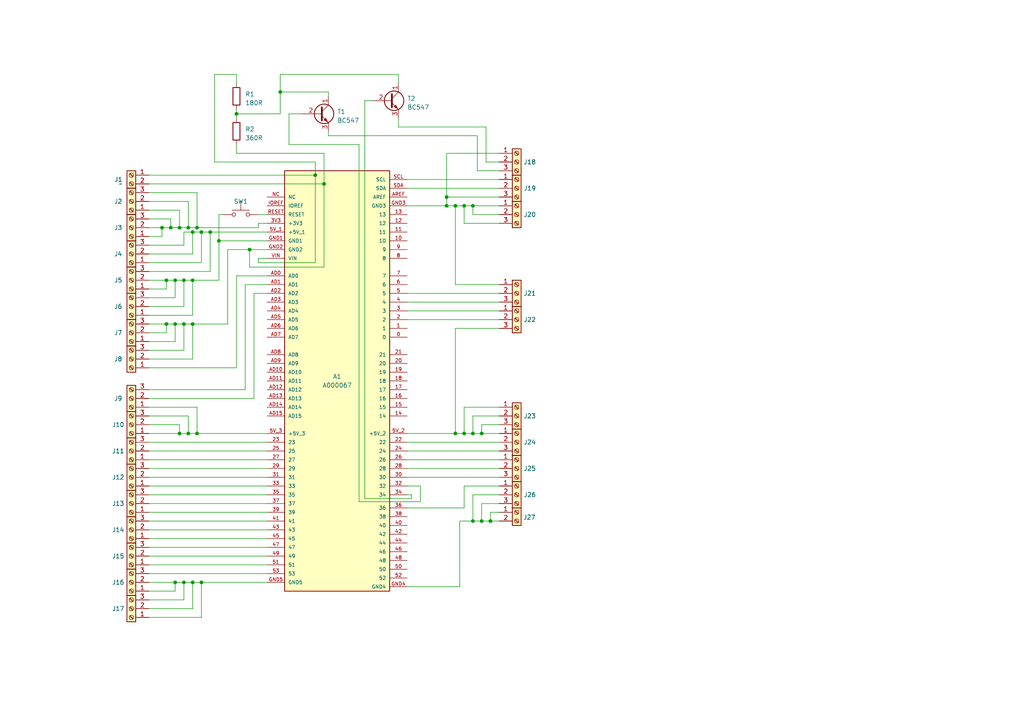
<source format=kicad_sch>
(kicad_sch (version 20230121) (generator eeschema)
  (paper "A4")
  (lib_symbols
    (symbol "Arduino MEGA:A000067" (pin_names (offset 1.016))
      (property "Reference" "A1" (at 0 1.27 0))
      (property "Value" "A000067" (at 0 -1.27 0))
      (symbol "A000067_0_0"
        (rectangle (start -15.24 -60.96) (end 15.24 60.96) (stroke (width 0.254)) (fill (type background)))
        (pin passive line (at 20.32 12.7 180) (length 5.08) (name "0") (number "0"))
        (pin passive line (at 20.32 15.24 180) (length 5.08) (name "1") (number "1"))
        (pin passive line (at 20.32 40.64 180) (length 5.08) (name "10") (number "10"))
        (pin passive line (at 20.32 43.18 180) (length 5.08) (name "11") (number "11"))
        (pin passive line (at 20.32 45.72 180) (length 5.08) (name "12") (number "12"))
        (pin passive line (at 20.32 48.26 180) (length 5.08) (name "13") (number "13"))
        (pin passive line (at 20.32 -10.16 180) (length 5.08) (name "14") (number "14"))
        (pin passive line (at 20.32 -7.62 180) (length 5.08) (name "15") (number "15"))
        (pin passive line (at 20.32 -5.08 180) (length 5.08) (name "16") (number "16"))
        (pin passive line (at 20.32 -2.54 180) (length 5.08) (name "17") (number "17"))
        (pin passive line (at 20.32 0 180) (length 5.08) (name "18") (number "18"))
        (pin passive line (at 20.32 2.54 180) (length 5.08) (name "19") (number "19"))
        (pin passive line (at 20.32 17.78 180) (length 5.08) (name "2") (number "2"))
        (pin passive line (at 20.32 5.08 180) (length 5.08) (name "20") (number "20"))
        (pin passive line (at 20.32 7.62 180) (length 5.08) (name "21") (number "21"))
        (pin passive line (at 20.32 -17.78 180) (length 5.08) (name "22") (number "22"))
        (pin passive line (at -20.32 -17.78 0) (length 5.08) (name "23") (number "23"))
        (pin passive line (at 20.32 -20.32 180) (length 5.08) (name "24") (number "24"))
        (pin passive line (at -20.32 -20.32 0) (length 5.08) (name "25") (number "25"))
        (pin passive line (at 20.32 -22.86 180) (length 5.08) (name "26") (number "26"))
        (pin passive line (at -20.32 -22.86 0) (length 5.08) (name "27") (number "27"))
        (pin passive line (at 20.32 -25.4 180) (length 5.08) (name "28") (number "28"))
        (pin passive line (at -20.32 -25.4 0) (length 5.08) (name "29") (number "29"))
        (pin passive line (at 20.32 20.32 180) (length 5.08) (name "3") (number "3"))
        (pin passive line (at 20.32 -27.94 180) (length 5.08) (name "30") (number "30"))
        (pin passive line (at -20.32 -27.94 0) (length 5.08) (name "31") (number "31"))
        (pin passive line (at 20.32 -30.48 180) (length 5.08) (name "32") (number "32"))
        (pin passive line (at -20.32 -30.48 0) (length 5.08) (name "33") (number "33"))
        (pin passive line (at 20.32 -33.02 180) (length 5.08) (name "34") (number "34"))
        (pin passive line (at -20.32 -33.02 0) (length 5.08) (name "35") (number "35"))
        (pin passive line (at 20.32 -36.83 180) (length 5.08) (name "36") (number "36"))
        (pin passive line (at -20.32 -35.56 0) (length 5.08) (name "37") (number "37"))
        (pin passive line (at 20.32 -39.37 180) (length 5.08) (name "38") (number "38"))
        (pin passive line (at -20.32 -38.1 0) (length 5.08) (name "39") (number "39"))
        (pin passive line (at -20.32 45.72 0) (length 5.08) (name "+3V3") (number "3V3"))
        (pin passive line (at 20.32 22.86 180) (length 5.08) (name "4") (number "4"))
        (pin passive line (at 20.32 -41.91 180) (length 5.08) (name "40") (number "40"))
        (pin passive line (at -20.32 -40.64 0) (length 5.08) (name "41") (number "41"))
        (pin passive line (at 20.32 -44.45 180) (length 5.08) (name "42") (number "42"))
        (pin passive line (at -20.32 -43.18 0) (length 5.08) (name "43") (number "43"))
        (pin passive line (at 20.32 -46.99 180) (length 5.08) (name "44") (number "44"))
        (pin passive line (at -20.32 -45.72 0) (length 5.08) (name "45") (number "45"))
        (pin passive line (at 20.32 -49.53 180) (length 5.08) (name "46") (number "46"))
        (pin passive line (at -20.32 -48.26 0) (length 5.08) (name "47") (number "47"))
        (pin passive line (at 20.32 -52.07 180) (length 5.08) (name "48") (number "48"))
        (pin passive line (at -20.32 -50.8 0) (length 5.08) (name "49") (number "49"))
        (pin passive line (at 20.32 25.4 180) (length 5.08) (name "5") (number "5"))
        (pin passive line (at 20.32 -54.61 180) (length 5.08) (name "50") (number "50"))
        (pin passive line (at -20.32 -53.34 0) (length 5.08) (name "51") (number "51"))
        (pin passive line (at 20.32 -57.15 180) (length 5.08) (name "52") (number "52"))
        (pin passive line (at -20.32 -55.88 0) (length 5.08) (name "53") (number "53"))
        (pin passive line (at -20.32 43.18 0) (length 5.08) (name "+5V_1") (number "5V_1"))
        (pin passive line (at 20.32 -15.24 180) (length 5.08) (name "+5V_2") (number "5V_2"))
        (pin passive line (at -20.32 -15.24 0) (length 5.08) (name "+5V_3") (number "5V_3"))
        (pin passive line (at 20.32 27.94 180) (length 5.08) (name "6") (number "6"))
        (pin passive line (at 20.32 30.48 180) (length 5.08) (name "7") (number "7"))
        (pin passive line (at 20.32 35.56 180) (length 5.08) (name "8") (number "8"))
        (pin passive line (at 20.32 38.1 180) (length 5.08) (name "9") (number "9"))
        (pin passive line (at -20.32 30.48 0) (length 5.08) (name "AD0") (number "AD0"))
        (pin passive line (at -20.32 27.94 0) (length 5.08) (name "AD1") (number "AD1"))
        (pin passive line (at -20.32 2.54 0) (length 5.08) (name "AD10") (number "AD10"))
        (pin passive line (at -20.32 0 0) (length 5.08) (name "AD11") (number "AD11"))
        (pin passive line (at -20.32 -2.54 0) (length 5.08) (name "AD12") (number "AD12"))
        (pin passive line (at -20.32 -5.08 0) (length 5.08) (name "AD13") (number "AD13"))
        (pin passive line (at -20.32 -7.62 0) (length 5.08) (name "AD14") (number "AD14"))
        (pin passive line (at -20.32 -10.16 0) (length 5.08) (name "AD15") (number "AD15"))
        (pin passive line (at -20.32 25.4 0) (length 5.08) (name "AD2") (number "AD2"))
        (pin passive line (at -20.32 22.86 0) (length 5.08) (name "AD3") (number "AD3"))
        (pin passive line (at -20.32 20.32 0) (length 5.08) (name "AD4") (number "AD4"))
        (pin passive line (at -20.32 17.78 0) (length 5.08) (name "AD5") (number "AD5"))
        (pin passive line (at -20.32 15.24 0) (length 5.08) (name "AD6") (number "AD6"))
        (pin passive line (at -20.32 12.7 0) (length 5.08) (name "AD7") (number "AD7"))
        (pin passive line (at -20.32 7.62 0) (length 5.08) (name "AD8") (number "AD8"))
        (pin passive line (at -20.32 5.08 0) (length 5.08) (name "AD9") (number "AD9"))
        (pin passive line (at 20.32 53.34 180) (length 5.08) (name "AREF") (number "AREF"))
        (pin passive line (at -20.32 40.64 0) (length 5.08) (name "GND1") (number "GND1"))
        (pin passive line (at -20.32 38.1 0) (length 5.08) (name "GND2") (number "GND2"))
        (pin passive line (at 20.32 50.8 180) (length 5.08) (name "GND3") (number "GND3"))
        (pin passive line (at 20.32 -59.69 180) (length 5.08) (name "GND4") (number "GND4"))
        (pin passive line (at -20.32 -58.42 0) (length 5.08) (name "GND5") (number "GND5"))
        (pin passive line (at -20.32 50.8 0) (length 5.08) (name "IOREF") (number "IOREF"))
        (pin passive line (at -20.32 53.34 0) (length 5.08) (name "NC") (number "NC"))
        (pin passive line (at -20.32 48.26 0) (length 5.08) (name "RESET") (number "RESET"))
        (pin passive line (at 20.32 58.42 180) (length 5.08) (name "SCL") (number "SCL"))
        (pin passive line (at 20.32 55.88 180) (length 5.08) (name "SDA") (number "SDA"))
        (pin passive line (at -20.32 35.56 0) (length 5.08) (name "VIN") (number "VIN"))
      )
    )
    (symbol "Connector:Screw_Terminal_01x02" (pin_names (offset 1.016) hide)
      (property "Reference" "J" (at 0 2.54 0))
      (property "Value" "Screw_Terminal_01x02" (at 0 -5.08 0))
      (symbol "Screw_Terminal_01x02_1_1"
        (rectangle (start -1.27 1.27) (end 1.27 -3.81) (stroke (width 0.254)) (fill (type background)))
        (circle (center 0 -2.54) (radius 0.635) (stroke (width 0.1524)))
        (polyline (pts (xy -0.5334 -2.2098) (xy 0.3302 -3.048)) (stroke (width 0.1524)))
        (polyline (pts (xy -0.5334 0.3302) (xy 0.3302 -0.508)) (stroke (width 0.1524)))
        (polyline (pts (xy -0.3556 -2.032) (xy 0.508 -2.8702)) (stroke (width 0.1524)))
        (polyline (pts (xy -0.3556 0.508) (xy 0.508 -0.3302)) (stroke (width 0.1524)))
        (circle (center 0 0) (radius 0.635) (stroke (width 0.1524)))
        (pin passive line (at -5.08 0 0) (length 3.81) (name "Pin_1") (number "1"))
        (pin passive line (at -5.08 -2.54 0) (length 3.81) (name "Pin_2") (number "2"))
      )
    )
    (symbol "Connector:Screw_Terminal_01x03" (pin_names (offset 1.016) hide)
      (property "Reference" "J" (at 0 5.08 0))
      (property "Value" "Screw_Terminal_01x03" (at 0 -5.08 0))
      (symbol "Screw_Terminal_01x03_1_1"
        (rectangle (start -1.27 3.81) (end 1.27 -3.81) (stroke (width 0.254)) (fill (type background)))
        (circle (center 0 -2.54) (radius 0.635) (stroke (width 0.1524)))
        (polyline (pts (xy -0.5334 -2.2098) (xy 0.3302 -3.048)) (stroke (width 0.1524)))
        (polyline (pts (xy -0.5334 0.3302) (xy 0.3302 -0.508)) (stroke (width 0.1524)))
        (polyline (pts (xy -0.5334 2.8702) (xy 0.3302 2.032)) (stroke (width 0.1524)))
        (polyline (pts (xy -0.3556 -2.032) (xy 0.508 -2.8702)) (stroke (width 0.1524)))
        (polyline (pts (xy -0.3556 0.508) (xy 0.508 -0.3302)) (stroke (width 0.1524)))
        (polyline (pts (xy -0.3556 3.048) (xy 0.508 2.2098)) (stroke (width 0.1524)))
        (circle (center 0 0) (radius 0.635) (stroke (width 0.1524)))
        (circle (center 0 2.54) (radius 0.635) (stroke (width 0.1524)))
        (pin passive line (at -5.08 2.54 0) (length 3.81) (name "Pin_1") (number "1"))
        (pin passive line (at -5.08 0 0) (length 3.81) (name "Pin_2") (number "2"))
        (pin passive line (at -5.08 -2.54 0) (length 3.81) (name "Pin_3") (number "3"))
      )
    )
    (symbol "Device:R" (pin_numbers hide) (pin_names (offset 0))
      (property "Reference" "R" (at 2.032 0 90))
      (property "Value" "R" (at 0 0 90))
      (symbol "R_0_1"
        (rectangle (start -1.016 -2.54) (end 1.016 2.54) (stroke (width 0.254)))
      )
      (symbol "R_1_1"
        (pin passive line (at 0 3.81 270) (length 1.27) (name "~") (number "1"))
        (pin passive line (at 0 -3.81 90) (length 1.27) (name "~") (number "2"))
      )
    )
    (symbol "Screw_Terminal_01x02_1" (pin_names (offset 1.016) hide)
      (property "Value" "Zdroj" (at -2.54 1.27 0))
      (symbol "Screw_Terminal_01x02_1_1_1"
        (rectangle (start -1.27 1.27) (end 1.27 -3.81) (stroke (width 0.254)) (fill (type background)))
        (circle (center 0 -2.54) (radius 0.635) (stroke (width 0.1524)))
        (polyline (pts (xy -0.5334 -2.2098) (xy 0.3302 -3.048)) (stroke (width 0.1524)))
        (polyline (pts (xy -0.5334 0.3302) (xy 0.3302 -0.508)) (stroke (width 0.1524)))
        (polyline (pts (xy -0.3556 -2.032) (xy 0.508 -2.8702)) (stroke (width 0.1524)))
        (polyline (pts (xy -0.3556 0.508) (xy 0.508 -0.3302)) (stroke (width 0.1524)))
        (circle (center 0 0) (radius 0.635) (stroke (width 0.1524)))
        (pin passive line (at -5.08 -2.54 0) (length 3.81) (name "Pin_1") (number "1"))
        (pin passive line (at -5.08 0 0) (length 3.81) (name "Pin_2") (number "2"))
      )
    )
    (symbol "Switch:SW_Omron_B3FS" (pin_numbers hide) (pin_names (offset 1.016) hide)
      (property "Reference" "SW" (at 1.27 2.54 0))
      (property "Value" "SW_Omron_B3FS" (at 0 -1.524 0))
      (symbol "SW_Omron_B3FS_0_1"
        (circle (center -2.032 0) (radius 0.508))
        (polyline (pts (xy 0 1.27) (xy 0 3.048)))
        (polyline (pts (xy 2.54 1.27) (xy -2.54 1.27)))
        (circle (center 2.032 0) (radius 0.508))
        (pin passive line (at -5.08 0 0) (length 2.54) (name "1") (number "1"))
        (pin passive line (at 5.08 0 180) (length 2.54) (name "2") (number "2"))
      )
    )
    (symbol "Transistor_BJT:BC547" (pin_names (offset 0) hide)
      (property "Reference" "Q" (at 5.08 1.905 0))
      (property "Value" "BC547" (at 5.08 0 0))
      (symbol "BC547_0_1"
        (polyline (pts (xy 0 0) (xy 0.635 0)))
        (polyline (pts (xy 0.635 0.635) (xy 2.54 2.54)))
        (polyline (pts (xy 0.635 -0.635) (xy 2.54 -2.54) (xy 2.54 -2.54)))
        (polyline (pts (xy 0.635 1.905) (xy 0.635 -1.905) (xy 0.635 -1.905)) (stroke (width 0.508)))
        (polyline (pts (xy 1.27 -1.778) (xy 1.778 -1.27) (xy 2.286 -2.286) (xy 1.27 -1.778) (xy 1.27 -1.778)) (fill (type outline)))
        (circle (center 1.27 0) (radius 2.8194) (stroke (width 0.254)))
      )
      (symbol "BC547_1_1"
        (pin passive line (at 2.54 5.08 270) (length 2.54) (name "C") (number "1"))
        (pin input line (at -5.08 0 0) (length 5.08) (name "B") (number "2"))
        (pin passive line (at 2.54 -5.08 90) (length 2.54) (name "E") (number "3"))
      )
    )
  )
  (junction (at 54.61 66.04))
  (junction (at 52.07 66.04))
  (junction (at 58.42 168.91))
  (junction (at 48.26 81.28))
  (junction (at 52.07 125.73))
  (junction (at 134.62 125.73))
  (junction (at 129.54 59.69))
  (junction (at 50.8 81.28))
  (junction (at 53.34 81.28))
  (junction (at 55.88 67.31))
  (junction (at 57.15 66.04))
  (junction (at 132.08 125.73))
  (junction (at 139.7 151.13))
  (junction (at 137.16 125.73))
  (junction (at 55.88 81.28))
  (junction (at 72.39 72.39))
  (junction (at 93.98 53.34))
  (junction (at 129.54 57.15))
  (junction (at 49.53 66.04))
  (junction (at 134.62 59.69))
  (junction (at 50.8 93.98))
  (junction (at 57.15 125.73))
  (junction (at 81.28 26.67))
  (junction (at 46.99 66.04))
  (junction (at 50.8 168.91))
  (junction (at 137.16 59.69))
  (junction (at 48.26 93.98))
  (junction (at 63.5 69.85))
  (junction (at 58.42 67.31))
  (junction (at 91.44 50.8))
  (junction (at 137.16 151.13))
  (junction (at 55.88 93.98))
  (junction (at 54.61 125.73))
  (junction (at 132.08 59.69))
  (junction (at 68.58 33.02))
  (junction (at 53.34 93.98))
  (junction (at 60.96 67.31))
  (junction (at 139.7 125.73))
  (junction (at 53.34 168.91))
  (junction (at 55.88 168.91))
  (junction (at 142.24 151.13))
  (wire (pts (xy 83.82 33.02) (xy 87.63 33.02)))
  (wire (pts (xy 91.44 46.99) (xy 62.23 46.99)))
  (wire (pts (xy 43.18 140.97) (xy 77.47 140.97)))
  (wire (pts (xy 43.18 146.05) (xy 77.47 146.05)))
  (wire (pts (xy 50.8 171.45) (xy 50.8 168.91)))
  (wire (pts (xy 57.15 66.04) (xy 74.93 66.04)))
  (wire (pts (xy 43.18 68.58) (xy 46.99 68.58)))
  (wire (pts (xy 118.11 90.17) (xy 144.78 90.17)))
  (wire (pts (xy 43.18 113.03) (xy 71.12 113.03)))
  (wire (pts (xy 133.35 151.13) (xy 133.35 170.18)))
  (wire (pts (xy 144.78 140.97) (xy 134.62 140.97)))
  (wire (pts (xy 62.23 46.99) (xy 62.23 21.59)))
  (wire (pts (xy 68.58 21.59) (xy 68.58 24.13)))
  (wire (pts (xy 95.25 39.37) (xy 138.43 39.37)))
  (wire (pts (xy 53.34 71.12) (xy 53.34 67.31)))
  (wire (pts (xy 105.8005 29.21) (xy 105.8005 144.5963)))
  (wire (pts (xy 43.18 163.83) (xy 77.47 163.83)))
  (wire (pts (xy 43.18 96.52) (xy 48.26 96.52)))
  (wire (pts (xy 119.38 144.5963) (xy 105.8005 144.5963)))
  (wire (pts (xy 48.26 96.52) (xy 48.26 93.98)))
  (wire (pts (xy 43.18 179.07) (xy 58.42 179.07)))
  (wire (pts (xy 53.34 168.91) (xy 53.34 173.99)))
  (wire (pts (xy 55.88 168.91) (xy 58.42 168.91)))
  (wire (pts (xy 43.18 78.74) (xy 60.96 78.74)))
  (wire (pts (xy 60.96 78.74) (xy 60.96 67.31)))
  (wire (pts (xy 43.18 171.45) (xy 50.8 171.45)))
  (wire (pts (xy 144.78 146.05) (xy 139.7 146.05)))
  (wire (pts (xy 66.04 72.39) (xy 72.39 72.39)))
  (wire (pts (xy 132.08 125.73) (xy 134.62 125.73)))
  (wire (pts (xy 132.08 59.69) (xy 134.62 59.69)))
  (wire (pts (xy 43.18 143.51) (xy 77.47 143.51)))
  (wire (pts (xy 104.14 145.5217) (xy 104.14 41.91)))
  (wire (pts (xy 57.15 55.88) (xy 57.15 66.04)))
  (wire (pts (xy 53.34 168.91) (xy 55.88 168.91)))
  (wire (pts (xy 43.18 123.19) (xy 52.07 123.19)))
  (wire (pts (xy 43.18 120.65) (xy 54.61 120.65)))
  (wire (pts (xy 43.18 66.04) (xy 46.99 66.04)))
  (wire (pts (xy 43.18 60.96) (xy 52.07 60.96)))
  (wire (pts (xy 81.28 21.59) (xy 115.57 21.59)))
  (wire (pts (xy 133.35 151.13) (xy 137.16 151.13)))
  (wire (pts (xy 72.39 72.39) (xy 77.47 72.39)))
  (wire (pts (xy 43.18 104.14) (xy 55.88 104.14)))
  (wire (pts (xy 43.18 125.73) (xy 52.07 125.73)))
  (wire (pts (xy 144.78 151.13) (xy 142.24 151.13)))
  (wire (pts (xy 137.16 143.51) (xy 137.16 151.13)))
  (wire (pts (xy 58.42 67.31) (xy 60.96 67.31)))
  (wire (pts (xy 52.07 60.96) (xy 52.07 66.04)))
  (wire (pts (xy 50.8 168.91) (xy 53.34 168.91)))
  (wire (pts (xy 144.78 118.11) (xy 134.62 118.11)))
  (wire (pts (xy 50.8 99.06) (xy 50.8 93.98)))
  (wire (pts (xy 63.5 62.23) (xy 64.77 62.23)))
  (wire (pts (xy 43.18 135.89) (xy 77.47 135.89)))
  (wire (pts (xy 140.97 46.99) (xy 140.97 36.83)))
  (wire (pts (xy 93.98 44.45) (xy 68.58 44.45)))
  (wire (pts (xy 77.47 74.93) (xy 74.93 74.93)))
  (wire (pts (xy 43.18 166.37) (xy 77.47 166.37)))
  (wire (pts (xy 74.93 74.93) (xy 74.93 76.2)))
  (wire (pts (xy 62.23 21.59) (xy 68.58 21.59)))
  (wire (pts (xy 54.61 66.04) (xy 57.15 66.04)))
  (wire (pts (xy 91.44 50.8) (xy 91.44 46.99)))
  (wire (pts (xy 43.18 106.68) (xy 68.58 106.68)))
  (wire (pts (xy 95.25 39.37) (xy 95.25 38.1)))
  (wire (pts (xy 144.78 148.59) (xy 142.24 148.59)))
  (wire (pts (xy 43.18 153.67) (xy 77.47 153.67)))
  (wire (pts (xy 53.34 101.6) (xy 53.34 93.98)))
  (wire (pts (xy 58.42 179.07) (xy 58.42 168.91)))
  (wire (pts (xy 53.34 81.28) (xy 55.88 81.28)))
  (wire (pts (xy 55.88 104.14) (xy 55.88 93.98)))
  (wire (pts (xy 144.78 62.23) (xy 137.16 62.23)))
  (wire (pts (xy 144.78 95.25) (xy 132.08 95.25)))
  (wire (pts (xy 43.18 115.57) (xy 73.66 115.57)))
  (wire (pts (xy 53.34 88.9) (xy 53.34 81.28)))
  (wire (pts (xy 43.18 58.42) (xy 54.61 58.42)))
  (wire (pts (xy 43.18 63.5) (xy 49.53 63.5)))
  (wire (pts (xy 118.11 87.63) (xy 144.78 87.63)))
  (wire (pts (xy 68.58 33.02) (xy 68.58 34.29)))
  (wire (pts (xy 134.62 125.73) (xy 137.16 125.73)))
  (wire (pts (xy 121.92 140.97) (xy 121.92 145.5217)))
  (wire (pts (xy 55.88 93.98) (xy 66.04 93.98)))
  (wire (pts (xy 43.18 130.81) (xy 77.47 130.81)))
  (wire (pts (xy 95.25 26.67) (xy 95.25 27.94)))
  (wire (pts (xy 54.61 58.42) (xy 54.61 66.04)))
  (wire (pts (xy 81.28 33.02) (xy 81.28 26.67)))
  (wire (pts (xy 137.16 151.13) (xy 139.7 151.13)))
  (wire (pts (xy 43.18 128.27) (xy 77.47 128.27)))
  (wire (pts (xy 105.8005 29.21) (xy 107.95 29.21)))
  (wire (pts (xy 121.92 145.5217) (xy 104.14 145.5217)))
  (wire (pts (xy 50.8 81.28) (xy 53.34 81.28)))
  (wire (pts (xy 54.61 120.65) (xy 54.61 125.73)))
  (wire (pts (xy 91.44 76.2) (xy 91.44 50.8)))
  (wire (pts (xy 133.35 170.18) (xy 118.11 170.18)))
  (wire (pts (xy 118.11 125.73) (xy 132.08 125.73)))
  (wire (pts (xy 55.88 73.66) (xy 55.88 67.31)))
  (wire (pts (xy 137.16 120.65) (xy 137.16 125.73)))
  (wire (pts (xy 139.7 146.05) (xy 139.7 151.13)))
  (wire (pts (xy 52.07 125.73) (xy 54.61 125.73)))
  (wire (pts (xy 43.18 86.36) (xy 50.8 86.36)))
  (wire (pts (xy 115.57 21.59) (xy 115.57 24.13)))
  (wire (pts (xy 137.16 59.69) (xy 144.78 59.69)))
  (wire (pts (xy 43.18 176.53) (xy 55.88 176.53)))
  (wire (pts (xy 93.98 53.34) (xy 93.98 44.45)))
  (wire (pts (xy 118.11 128.27) (xy 144.78 128.27)))
  (wire (pts (xy 139.7 123.19) (xy 139.7 125.73)))
  (wire (pts (xy 49.53 66.04) (xy 52.07 66.04)))
  (wire (pts (xy 53.34 93.98) (xy 55.88 93.98)))
  (wire (pts (xy 68.58 106.68) (xy 68.58 80.01)))
  (wire (pts (xy 43.18 148.59) (xy 77.47 148.59)))
  (wire (pts (xy 53.34 67.31) (xy 55.88 67.31)))
  (wire (pts (xy 71.12 113.03) (xy 71.12 82.55)))
  (wire (pts (xy 68.58 80.01) (xy 77.47 80.01)))
  (wire (pts (xy 140.97 36.83) (xy 115.57 36.83)))
  (wire (pts (xy 134.62 147.32) (xy 118.11 147.32)))
  (wire (pts (xy 144.78 143.51) (xy 137.16 143.51)))
  (wire (pts (xy 118.11 133.35) (xy 144.78 133.35)))
  (wire (pts (xy 43.18 138.43) (xy 77.47 138.43)))
  (wire (pts (xy 55.88 176.53) (xy 55.88 168.91)))
  (wire (pts (xy 118.11 52.07) (xy 144.78 52.07)))
  (wire (pts (xy 104.14 41.91) (xy 83.82 41.91)))
  (wire (pts (xy 129.54 59.69) (xy 132.08 59.69)))
  (wire (pts (xy 55.88 91.44) (xy 55.88 81.28)))
  (wire (pts (xy 46.99 66.04) (xy 49.53 66.04)))
  (wire (pts (xy 73.66 115.57) (xy 73.66 85.09)))
  (wire (pts (xy 68.58 33.02) (xy 81.28 33.02)))
  (wire (pts (xy 43.18 53.34) (xy 93.98 53.34)))
  (wire (pts (xy 129.54 57.15) (xy 144.78 57.15)))
  (wire (pts (xy 129.54 44.45) (xy 129.54 57.15)))
  (wire (pts (xy 72.39 77.47) (xy 93.98 77.47)))
  (wire (pts (xy 71.12 82.55) (xy 77.47 82.55)))
  (wire (pts (xy 118.11 140.97) (xy 121.92 140.97)))
  (wire (pts (xy 118.11 135.89) (xy 144.78 135.89)))
  (wire (pts (xy 48.26 83.82) (xy 48.26 81.28)))
  (wire (pts (xy 81.28 21.59) (xy 81.28 26.67)))
  (wire (pts (xy 43.18 151.13) (xy 77.47 151.13)))
  (wire (pts (xy 43.18 91.44) (xy 55.88 91.44)))
  (wire (pts (xy 43.18 71.12) (xy 53.34 71.12)))
  (wire (pts (xy 142.24 148.59) (xy 142.24 151.13)))
  (wire (pts (xy 93.98 77.47) (xy 93.98 53.34)))
  (wire (pts (xy 55.88 81.28) (xy 63.5 81.28)))
  (wire (pts (xy 58.42 76.2) (xy 58.42 67.31)))
  (wire (pts (xy 134.62 140.97) (xy 134.62 147.32)))
  (wire (pts (xy 118.11 130.81) (xy 144.78 130.81)))
  (wire (pts (xy 137.16 62.23) (xy 137.16 59.69)))
  (wire (pts (xy 43.18 76.2) (xy 58.42 76.2)))
  (wire (pts (xy 129.54 57.15) (xy 129.54 59.69)))
  (wire (pts (xy 134.62 59.69) (xy 137.16 59.69)))
  (wire (pts (xy 118.11 54.61) (xy 144.78 54.61)))
  (wire (pts (xy 137.16 125.73) (xy 139.7 125.73)))
  (wire (pts (xy 118.11 138.43) (xy 144.78 138.43)))
  (wire (pts (xy 55.88 67.31) (xy 58.42 67.31)))
  (wire (pts (xy 140.97 46.99) (xy 144.78 46.99)))
  (wire (pts (xy 43.18 118.11) (xy 57.15 118.11)))
  (wire (pts (xy 74.93 62.23) (xy 77.47 62.23)))
  (wire (pts (xy 118.11 85.09) (xy 144.78 85.09)))
  (wire (pts (xy 43.18 99.06) (xy 50.8 99.06)))
  (wire (pts (xy 144.78 123.19) (xy 139.7 123.19)))
  (wire (pts (xy 83.82 41.91) (xy 83.82 33.02)))
  (wire (pts (xy 57.15 125.73) (xy 77.47 125.73)))
  (wire (pts (xy 132.08 95.25) (xy 132.08 125.73)))
  (wire (pts (xy 43.18 161.29) (xy 77.47 161.29)))
  (wire (pts (xy 43.18 73.66) (xy 55.88 73.66)))
  (wire (pts (xy 48.26 93.98) (xy 50.8 93.98)))
  (wire (pts (xy 43.18 93.98) (xy 48.26 93.98)))
  (wire (pts (xy 63.5 62.23) (xy 63.5 69.85)))
  (wire (pts (xy 129.54 44.45) (xy 144.78 44.45)))
  (wire (pts (xy 144.78 120.65) (xy 137.16 120.65)))
  (wire (pts (xy 43.18 133.35) (xy 77.47 133.35)))
  (wire (pts (xy 43.18 55.88) (xy 57.15 55.88)))
  (wire (pts (xy 134.62 118.11) (xy 134.62 125.73)))
  (wire (pts (xy 43.18 158.75) (xy 77.47 158.75)))
  (wire (pts (xy 43.18 81.28) (xy 48.26 81.28)))
  (wire (pts (xy 119.38 143.51) (xy 119.38 144.5963)))
  (wire (pts (xy 118.11 92.71) (xy 144.78 92.71)))
  (wire (pts (xy 134.62 64.77) (xy 134.62 59.69)))
  (wire (pts (xy 49.53 63.5) (xy 49.53 66.04)))
  (wire (pts (xy 73.66 85.09) (xy 77.47 85.09)))
  (wire (pts (xy 43.18 88.9) (xy 53.34 88.9)))
  (wire (pts (xy 139.7 151.13) (xy 142.24 151.13)))
  (wire (pts (xy 50.8 93.98) (xy 53.34 93.98)))
  (wire (pts (xy 132.08 59.69) (xy 132.08 82.55)))
  (wire (pts (xy 118.11 143.51) (xy 119.38 143.51)))
  (wire (pts (xy 52.07 123.19) (xy 52.07 125.73)))
  (wire (pts (xy 132.08 82.55) (xy 144.78 82.55)))
  (wire (pts (xy 43.18 173.99) (xy 53.34 173.99)))
  (wire (pts (xy 60.96 67.31) (xy 77.47 67.31)))
  (wire (pts (xy 57.15 118.11) (xy 57.15 125.73)))
  (wire (pts (xy 43.18 156.21) (xy 77.47 156.21)))
  (wire (pts (xy 43.18 50.8) (xy 91.44 50.8)))
  (wire (pts (xy 46.99 68.58) (xy 46.99 66.04)))
  (wire (pts (xy 63.5 69.85) (xy 77.47 69.85)))
  (wire (pts (xy 66.04 93.98) (xy 66.04 72.39)))
  (wire (pts (xy 144.78 64.77) (xy 134.62 64.77)))
  (wire (pts (xy 72.39 72.39) (xy 72.39 77.47)))
  (wire (pts (xy 63.5 69.85) (xy 63.5 81.28)))
  (wire (pts (xy 138.43 49.53) (xy 144.78 49.53)))
  (wire (pts (xy 81.28 26.67) (xy 95.25 26.67)))
  (wire (pts (xy 138.43 39.37) (xy 138.43 49.53)))
  (wire (pts (xy 43.18 101.6) (xy 53.34 101.6)))
  (wire (pts (xy 68.58 31.75) (xy 68.58 33.02)))
  (wire (pts (xy 43.18 168.91) (xy 50.8 168.91)))
  (wire (pts (xy 139.7 125.73) (xy 144.78 125.73)))
  (wire (pts (xy 68.58 41.91) (xy 68.58 44.45)))
  (wire (pts (xy 115.57 36.83) (xy 115.57 34.29)))
  (wire (pts (xy 118.11 59.69) (xy 129.54 59.69)))
  (wire (pts (xy 48.26 81.28) (xy 50.8 81.28)))
  (wire (pts (xy 74.93 64.77) (xy 77.47 64.77)))
  (wire (pts (xy 54.61 125.73) (xy 57.15 125.73)))
  (wire (pts (xy 74.93 76.2) (xy 91.44 76.2)))
  (wire (pts (xy 58.42 168.91) (xy 77.47 168.91)))
  (wire (pts (xy 52.07 66.04) (xy 54.61 66.04)))
  (wire (pts (xy 74.93 66.04) (xy 74.93 64.77)))
  (wire (pts (xy 43.18 83.82) (xy 48.26 83.82)))
  (wire (pts (xy 50.8 86.36) (xy 50.8 81.28)))
  (symbol (lib_id "Connector:Screw_Terminal_01x03") (at 38.1 161.29 180) (unit 1)
    (property "Reference" "J15" (at 34.29 161.29 0))
    (property "Value" "GND" (effects hide))
    (property "Footprint" "TerminalBlock_TE-Connectivity:TerminalBlock_TE_282834-3_1x03_P2.54mm_Horizontal" (effects hide))
  )
  (symbol (lib_id "Connector:Screw_Terminal_01x03") (at 149.86 92.71 0) (unit 1)
    (property "Reference" "J22" (at 153.67 92.71 0))
    (property "Value" "5V2" (effects hide))
    (property "Footprint" "TerminalBlock_TE-Connectivity:TerminalBlock_TE_282834-3_1x03_P2.54mm_Horizontal" (effects hide))
  )
  (symbol (lib_id "Connector:Screw_Terminal_01x03") (at 149.86 135.89 0) (unit 1)
    (property "Reference" "J25" (at 153.67 135.89 0))
    (property "Value" "+3" (effects hide))
    (property "Footprint" "TerminalBlock_TE-Connectivity:TerminalBlock_TE_282834-3_1x03_P2.54mm_Horizontal" (effects hide))
  )
  (symbol (lib_id "Connector:Screw_Terminal_01x02") (at 149.86 148.59 0) (unit 1)
    (property "Reference" "J27" (at 151.7467 150.0507 0) (effects (justify left)))
    (property "Value" "GND4" (effects hide))
    (property "Footprint" "TerminalBlock_TE-Connectivity:TerminalBlock_TE_282834-2_1x02_P2.54mm_Horizontal" (effects hide))
  )
  (symbol (lib_id "Connector:Screw_Terminal_01x03") (at 38.1 130.81 180) (unit 1)
    (property "Reference" "J11" (at 34.29 130.81 0))
    (property "Value" "Koleje" (effects hide))
    (property "Footprint" "TerminalBlock_TE-Connectivity:TerminalBlock_TE_282834-3_1x03_P2.54mm_Horizontal" (effects hide))
  )
  (symbol (lib_id "Connector:Screw_Terminal_01x03") (at 38.1 66.04 180) (unit 1)
    (property "Reference" "J3" (at 34.29 66.04 0))
    (property "Value" "3,3V" (effects hide))
    (property "Footprint" "TerminalBlock_TE-Connectivity:TerminalBlock_TE_282834-3_1x03_P2.54mm_Horizontal" (effects hide))
  )
  (symbol (lib_id "Connector:Screw_Terminal_01x03") (at 38.1 58.42 180) (unit 1)
    (property "Reference" "J2" (at 34.29 58.42 0))
    (property "Value" "3,3V" (effects hide))
    (property "Footprint" "TerminalBlock_TE-Connectivity:TerminalBlock_TE_282834-3_1x03_P2.54mm_Horizontal" (effects hide))
  )
  (symbol (lib_id "Connector:Screw_Terminal_01x03") (at 38.1 123.19 180) (unit 1)
    (property "Reference" "J10" (at 34.29 123.19 0))
    (property "Value" "Koleje" (effects hide))
    (property "Footprint" "TerminalBlock_TE-Connectivity:TerminalBlock_TE_282834-3_1x03_P2.54mm_Horizontal" (effects hide))
  )
  (symbol (lib_id "Transistor_BJT:BC547") (at 113.03 29.21 0) (unit 1)
    (property "Reference" "T2" (at 118.11 28.575 0) (effects (justify left)))
    (property "Value" "BC547" (at 118.11 31.115 0) (effects (justify left)))
    (property "Footprint" "Package_TO_SOT_THT:TO-92_Inline_Wide" (effects hide))
    (property "Datasheet" "https://www.onsemi.com/pub/Collateral/BC550-D.pdf" (effects hide))
  )
  (symbol (lib_id "Connector:Screw_Terminal_01x03") (at 38.1 153.67 180) (unit 1)
    (property "Reference" "J14" (at 34.29 153.67 0))
    (property "Value" "Analog" (effects hide))
    (property "Footprint" "TerminalBlock_TE-Connectivity:TerminalBlock_TE_282834-3_1x03_P2.54mm_Horizontal" (effects hide))
  )
  (symbol (lib_id "Connector:Screw_Terminal_01x03") (at 38.1 115.57 180) (unit 1)
    (property "Reference" "J9" (at 34.29 115.57 0))
    (property "Value" "5V3" (effects hide))
    (property "Footprint" "TerminalBlock_TE-Connectivity:TerminalBlock_TE_282834-3_1x03_P2.54mm_Horizontal" (effects hide))
  )
  (symbol (lib_id "Connector:Screw_Terminal_01x03") (at 149.86 128.27 0) (unit 1)
    (property "Reference" "J24" (at 153.67 128.27 0))
    (property "Value" "Tlacitka" (effects hide))
    (property "Footprint" "TerminalBlock_TE-Connectivity:TerminalBlock_TE_282834-3_1x03_P2.54mm_Horizontal" (effects hide))
  )
  (symbol (lib_id "Device:R") (at 68.58 38.1 0) (unit 1)
    (property "Reference" "R2" (at 71.12 37.465 0) (effects (justify left)))
    (property "Value" "360R" (at 71.12 40.005 0) (effects (justify left)))
    (property "Footprint" "Resistor_THT:R_Axial_DIN0207_L6.3mm_D2.5mm_P10.16mm_Horizontal" (effects hide))
  )
  (symbol (lib_id "Connector:Screw_Terminal_01x03") (at 149.86 85.09 0) (unit 1)
    (property "Reference" "J21" (at 153.67 85.09 0))
    (property "Value" "Driver" (effects hide))
    (property "Footprint" "TerminalBlock_TE-Connectivity:TerminalBlock_TE_282834-3_1x03_P2.54mm_Horizontal" (effects hide))
  )
  (symbol (lib_id "Connector:Screw_Terminal_01x03") (at 38.1 104.14 180) (unit 1)
    (property "Reference" "J8" (at 34.29 104.14 0))
    (property "Value" "l" (effects hide))
    (property "Footprint" "TerminalBlock_TE-Connectivity:TerminalBlock_TE_282834-3_1x03_P2.54mm_Horizontal" (effects hide))
  )
  (symbol (lib_id "Connector:Screw_Terminal_01x03") (at 149.86 120.65 0) (unit 1)
    (property "Reference" "J23" (at 153.67 120.65 0))
    (property "Value" "Driver" (effects hide))
    (property "Footprint" "TerminalBlock_TE-Connectivity:TerminalBlock_TE_282834-3_1x03_P2.54mm_Horizontal" (effects hide))
  )
  (symbol (lib_name "Screw_Terminal_01x02_1") (lib_id "Connector:Screw_Terminal_01x02") (at 38.1 53.34 180) (unit 1)
    (property "Reference" "J1" (at 35.56 52.07 0) (effects (justify left)))
    (property "Value" "~" (at 35.56 53.34 0) (effects (justify left)))
    (property "Footprint" "TerminalBlock_TE-Connectivity:TerminalBlock_TE_282834-2_1x02_P2.54mm_Horizontal" (effects hide))
  )
  (symbol (lib_id "Connector:Screw_Terminal_01x03") (at 149.86 54.61 0) (unit 1)
    (property "Reference" "J19" (at 153.67 54.61 0))
    (property "Value" "GND3" (effects hide))
    (property "Footprint" "TerminalBlock_TE-Connectivity:TerminalBlock_TE_282834-3_1x03_P2.54mm_Horizontal" (effects hide))
  )
  (symbol (lib_id "Connector:Screw_Terminal_01x03") (at 38.1 168.91 180) (unit 1)
    (property "Reference" "J16" (at 34.29 168.91 0))
    (property "Value" "Analog" (effects hide))
    (property "Footprint" "TerminalBlock_TE-Connectivity:TerminalBlock_TE_282834-3_1x03_P2.54mm_Horizontal" (effects hide))
  )
  (symbol (lib_id "Transistor_BJT:BC547") (at 92.71 33.02 0) (unit 1)
    (property "Reference" "T1" (at 97.79 32.385 0) (effects (justify left)))
    (property "Value" "BC547" (at 97.79 34.925 0) (effects (justify left)))
    (property "Footprint" "Package_TO_SOT_THT:TO-92_Inline_Wide" (effects hide))
    (property "Datasheet" "https://www.onsemi.com/pub/Collateral/BC550-D.pdf" (effects hide))
  )
  (symbol (lib_id "Connector:Screw_Terminal_01x03") (at 38.1 146.05 180) (unit 1)
    (property "Reference" "J13" (at 34.29 146.05 0))
    (property "Value" "Analog" (effects hide))
    (property "Footprint" "TerminalBlock_TE-Connectivity:TerminalBlock_TE_282834-3_1x03_P2.54mm_Horizontal" (effects hide))
  )
  (symbol (lib_id "Device:R") (at 68.58 27.94 0) (unit 1)
    (property "Reference" "R1" (at 71.12 27.305 0) (effects (justify left)))
    (property "Value" "180R" (at 71.12 29.845 0) (effects (justify left)))
    (property "Footprint" "Resistor_THT:R_Axial_DIN0207_L6.3mm_D2.5mm_P10.16mm_Horizontal" (effects hide))
  )
  (symbol (lib_id "Connector:Screw_Terminal_01x03") (at 149.86 62.23 0) (unit 1)
    (property "Reference" "J20" (at 153.67 62.23 0))
    (property "Value" "GND" (effects hide))
    (property "Footprint" "TerminalBlock_TE-Connectivity:TerminalBlock_TE_282834-3_1x03_P2.54mm_Horizontal" (effects hide))
  )
  (symbol (lib_id "Connector:Screw_Terminal_01x03") (at 38.1 138.43 180) (unit 1)
    (property "Reference" "J12" (at 34.29 138.43 0))
    (property "Value" "Koleje" (effects hide))
    (property "Footprint" "TerminalBlock_TE-Connectivity:TerminalBlock_TE_282834-3_1x03_P2.54mm_Horizontal" (effects hide))
  )
  (symbol (lib_id "Connector:Screw_Terminal_01x03") (at 38.1 96.52 180) (unit 1)
    (property "Reference" "J7" (at 34.29 96.52 0))
    (property "Value" "GND2" (effects hide))
    (property "Footprint" "TerminalBlock_TE-Connectivity:TerminalBlock_TE_282834-3_1x03_P2.54mm_Horizontal" (effects hide))
  )
  (symbol (lib_id "Connector:Screw_Terminal_01x03") (at 38.1 176.53 180) (unit 1)
    (property "Reference" "J17" (at 34.29 176.53 0))
    (property "Value" "Analog" (effects hide))
    (property "Footprint" "TerminalBlock_TE-Connectivity:TerminalBlock_TE_282834-3_1x03_P2.54mm_Horizontal" (effects hide))
  )
  (symbol (lib_id "Connector:Screw_Terminal_01x03") (at 38.1 73.66 180) (unit 1)
    (property "Reference" "J4" (at 34.29 73.66 0))
    (property "Value" "5V" (effects hide))
    (property "Footprint" "TerminalBlock_TE-Connectivity:TerminalBlock_TE_282834-3_1x03_P2.54mm_Horizontal" (effects hide))
  )
  (symbol (lib_id "Switch:SW_Omron_B3FS") (at 69.85 62.23 0) (unit 1)
    (property "Reference" "SW1" (at 69.85 58.42 0))
    (property "Value" "~" (at 69.85 58.42 0))
    (property "Footprint" "Button_Switch_THT:SW_PUSH_6mm_H4.3mm" (effects hide))
    (property "Datasheet" "https://omronfs.omron.com/en_US/ecb/products/pdf/en-b3fs.pdf" (effects hide))
  )
  (symbol (lib_id "Connector:Screw_Terminal_01x03") (at 149.86 46.99 0) (unit 1)
    (property "Reference" "J18" (at 153.67 46.99 0))
    (property "Value" "GND3" (effects hide))
    (property "Footprint" "TerminalBlock_TE-Connectivity:TerminalBlock_TE_282834-3_1x03_P2.54mm_Horizontal" (effects hide))
  )
  (symbol (lib_id "Connector:Screw_Terminal_01x03") (at 38.1 81.28 180) (unit 1)
    (property "Reference" "J5" (at 34.29 81.28 0))
    (property "Value" "GND" (effects hide))
    (property "Footprint" "TerminalBlock_TE-Connectivity:TerminalBlock_TE_282834-3_1x03_P2.54mm_Horizontal" (effects hide))
  )
  (symbol (lib_id "Connector:Screw_Terminal_01x03") (at 38.1 88.9 180) (unit 1)
    (property "Reference" "J6" (at 34.29 88.9 0))
    (property "Value" "GND1" (effects hide))
    (property "Footprint" "TerminalBlock_TE-Connectivity:TerminalBlock_TE_282834-3_1x03_P2.54mm_Horizontal" (effects hide))
  )
  (symbol (lib_id "Arduino MEGA:A000067") (at 97.79 110.49 0) (unit 1)
    (property "Reference" "A1" (at 97.79 109.22 0))
    (property "Value" "A000067" (at 97.79 111.76 0))
    (property "Footprint" "Arduino MEGA:ARDUINO_A000067" (effects hide))
    (property "MF" "Arduino" (effects hide))
    (property "DESCRIPTION" "Dev.kit: Arduino; SPI, TWI, UART; ICSP, USB B, pin strips, supply" (effects hide))
    (property "PACKAGE" "None" (effects hide))
    (property "PRICE" "None" (effects hide))
    (property "Package" "Non-Standard Arduino" (effects hide))
    (property "Check_prices" "https://www.snapeda.com/parts/Arduino%20Mega%202560%20Rev3/Arduino/view-part/?ref=eda" (effects hide))
    (property "Price" "None" (effects hide))
    (property "SnapEDA_Link" "https://www.snapeda.com/parts/Arduino%20Mega%202560%20Rev3/Arduino/view-part/?ref=snap" (effects hide))
    (property "MP" "Arduino Mega 2560 Rev3" (effects hide))
    (property "Availability" "In Stock" (effects hide))
    (property "AVAILABILITY" "Unavailable" (effects hide))
    (property "Description" "\n                        \n                            8-bit board with 54 digital pins, 16 analog inputs, and 4 serial ports.\n                        \n" (effects hide))
  )
  (symbol (lib_id "Connector:Screw_Terminal_01x03") (at 149.86 143.51 0) (unit 1)
    (property "Reference" "J26" (at 153.67 143.51 0))
    (property "Value" "GND4" (effects hide))
    (property "Footprint" "TerminalBlock_TE-Connectivity:TerminalBlock_TE_282834-3_1x03_P2.54mm_Horizontal" (effects hide))
  )
)
</source>
